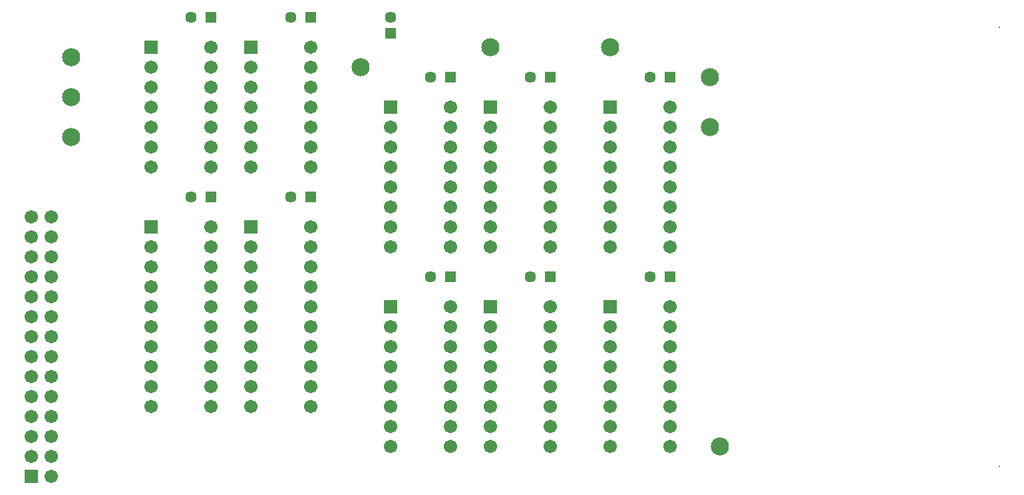
<source format=gbs>
G04*
G04 #@! TF.GenerationSoftware,Altium Limited,Altium Designer,21.0.9 (235)*
G04*
G04 Layer_Color=16711935*
%FSLAX25Y25*%
%MOIN*%
G70*
G04*
G04 #@! TF.SameCoordinates,FB95D301-224C-4E96-9DF8-CBEBB5970212*
G04*
G04*
G04 #@! TF.FilePolarity,Negative*
G04*
G01*
G75*
%ADD16C,0.06706*%
%ADD17R,0.06706X0.06706*%
%ADD18C,0.05721*%
%ADD19R,0.05721X0.05721*%
%ADD20C,0.09068*%
%ADD21R,0.06706X0.06706*%
%ADD22C,0.06706*%
%ADD23R,0.05721X0.05721*%
%ADD24C,0.00800*%
D16*
X120000Y250000D02*
D03*
X110000D02*
D03*
X120000Y240000D02*
D03*
X110000D02*
D03*
X120000Y230000D02*
D03*
X110000D02*
D03*
X120000Y220000D02*
D03*
X110000D02*
D03*
X120000Y210000D02*
D03*
X110000D02*
D03*
X120000Y200000D02*
D03*
X110000D02*
D03*
X120000Y190000D02*
D03*
X110000D02*
D03*
X120000Y180000D02*
D03*
X110000D02*
D03*
X120000Y170000D02*
D03*
X110000D02*
D03*
X120000Y160000D02*
D03*
X110000D02*
D03*
X120000Y150000D02*
D03*
X110000D02*
D03*
X120000Y140000D02*
D03*
X110000D02*
D03*
X120000Y130000D02*
D03*
X110000D02*
D03*
X120000Y120000D02*
D03*
X200000Y235000D02*
D03*
X250000D02*
D03*
D17*
X110000Y120000D02*
D03*
D18*
X360157Y220000D02*
D03*
X420157D02*
D03*
X190157Y350000D02*
D03*
X240158D02*
D03*
X290000D02*
D03*
X310157Y220000D02*
D03*
X190157Y260000D02*
D03*
X360157Y320000D02*
D03*
X310157D02*
D03*
X420157D02*
D03*
X240157Y260000D02*
D03*
D19*
X370000Y220000D02*
D03*
X430000D02*
D03*
X200000Y350000D02*
D03*
X250000D02*
D03*
X320000Y220000D02*
D03*
X200000Y260000D02*
D03*
X370000Y320000D02*
D03*
X320000D02*
D03*
X430000D02*
D03*
X250000Y260000D02*
D03*
D20*
X400000Y335000D02*
D03*
X340000D02*
D03*
X275000Y325000D02*
D03*
X130000Y290000D02*
D03*
Y310000D02*
D03*
Y330000D02*
D03*
X450000Y295000D02*
D03*
Y320000D02*
D03*
X455000Y135000D02*
D03*
D21*
X220000Y335000D02*
D03*
X290000Y205000D02*
D03*
X170000Y245000D02*
D03*
X290000Y305000D02*
D03*
X400000Y205000D02*
D03*
X340000Y305000D02*
D03*
X170000Y335000D02*
D03*
X340000Y205000D02*
D03*
X400000Y305000D02*
D03*
X220000Y245000D02*
D03*
D22*
Y325000D02*
D03*
Y315000D02*
D03*
Y305000D02*
D03*
Y295000D02*
D03*
Y285000D02*
D03*
Y275000D02*
D03*
X250000Y335000D02*
D03*
Y325000D02*
D03*
Y315000D02*
D03*
Y305000D02*
D03*
Y295000D02*
D03*
Y285000D02*
D03*
Y275000D02*
D03*
X290000Y195000D02*
D03*
Y185000D02*
D03*
Y175000D02*
D03*
Y165000D02*
D03*
Y155000D02*
D03*
Y145000D02*
D03*
Y135000D02*
D03*
X320000Y205000D02*
D03*
Y195000D02*
D03*
Y185000D02*
D03*
Y175000D02*
D03*
Y165000D02*
D03*
Y155000D02*
D03*
Y145000D02*
D03*
Y135000D02*
D03*
X200000Y155000D02*
D03*
Y165000D02*
D03*
Y175000D02*
D03*
Y185000D02*
D03*
Y195000D02*
D03*
Y205000D02*
D03*
Y215000D02*
D03*
Y225000D02*
D03*
Y245000D02*
D03*
X170000Y155000D02*
D03*
Y165000D02*
D03*
Y175000D02*
D03*
Y185000D02*
D03*
Y195000D02*
D03*
Y205000D02*
D03*
Y215000D02*
D03*
Y225000D02*
D03*
Y235000D02*
D03*
X320000D02*
D03*
Y245000D02*
D03*
Y255000D02*
D03*
Y265000D02*
D03*
Y275000D02*
D03*
Y285000D02*
D03*
Y295000D02*
D03*
Y305000D02*
D03*
X290000Y235000D02*
D03*
Y245000D02*
D03*
Y255000D02*
D03*
Y265000D02*
D03*
Y275000D02*
D03*
Y285000D02*
D03*
Y295000D02*
D03*
X430000Y135000D02*
D03*
Y145000D02*
D03*
Y155000D02*
D03*
Y165000D02*
D03*
Y175000D02*
D03*
Y185000D02*
D03*
Y195000D02*
D03*
Y205000D02*
D03*
X400000Y135000D02*
D03*
Y145000D02*
D03*
Y155000D02*
D03*
Y165000D02*
D03*
Y175000D02*
D03*
Y185000D02*
D03*
Y195000D02*
D03*
X370000Y235000D02*
D03*
Y245000D02*
D03*
Y255000D02*
D03*
Y265000D02*
D03*
Y275000D02*
D03*
Y285000D02*
D03*
Y295000D02*
D03*
Y305000D02*
D03*
X340000Y235000D02*
D03*
Y245000D02*
D03*
Y255000D02*
D03*
Y265000D02*
D03*
Y275000D02*
D03*
Y285000D02*
D03*
Y295000D02*
D03*
X200000Y275000D02*
D03*
Y285000D02*
D03*
Y295000D02*
D03*
Y305000D02*
D03*
Y315000D02*
D03*
Y325000D02*
D03*
Y335000D02*
D03*
X170000Y275000D02*
D03*
Y285000D02*
D03*
Y295000D02*
D03*
Y305000D02*
D03*
Y315000D02*
D03*
Y325000D02*
D03*
X370000Y135000D02*
D03*
Y145000D02*
D03*
Y155000D02*
D03*
Y165000D02*
D03*
Y175000D02*
D03*
Y185000D02*
D03*
Y195000D02*
D03*
Y205000D02*
D03*
X340000Y135000D02*
D03*
Y145000D02*
D03*
Y155000D02*
D03*
Y165000D02*
D03*
Y175000D02*
D03*
Y185000D02*
D03*
Y195000D02*
D03*
X430000Y235000D02*
D03*
Y245000D02*
D03*
Y255000D02*
D03*
Y265000D02*
D03*
Y275000D02*
D03*
Y285000D02*
D03*
Y295000D02*
D03*
Y305000D02*
D03*
X400000Y235000D02*
D03*
Y245000D02*
D03*
Y255000D02*
D03*
Y265000D02*
D03*
Y275000D02*
D03*
Y285000D02*
D03*
Y295000D02*
D03*
X220000Y235000D02*
D03*
Y225000D02*
D03*
Y215000D02*
D03*
Y205000D02*
D03*
Y195000D02*
D03*
Y185000D02*
D03*
Y175000D02*
D03*
Y165000D02*
D03*
Y155000D02*
D03*
X250000Y245000D02*
D03*
Y225000D02*
D03*
Y215000D02*
D03*
Y205000D02*
D03*
Y195000D02*
D03*
Y185000D02*
D03*
Y175000D02*
D03*
Y165000D02*
D03*
Y155000D02*
D03*
D23*
X290000Y342126D02*
D03*
D24*
X595000Y125000D02*
D03*
Y345000D02*
D03*
M02*

</source>
